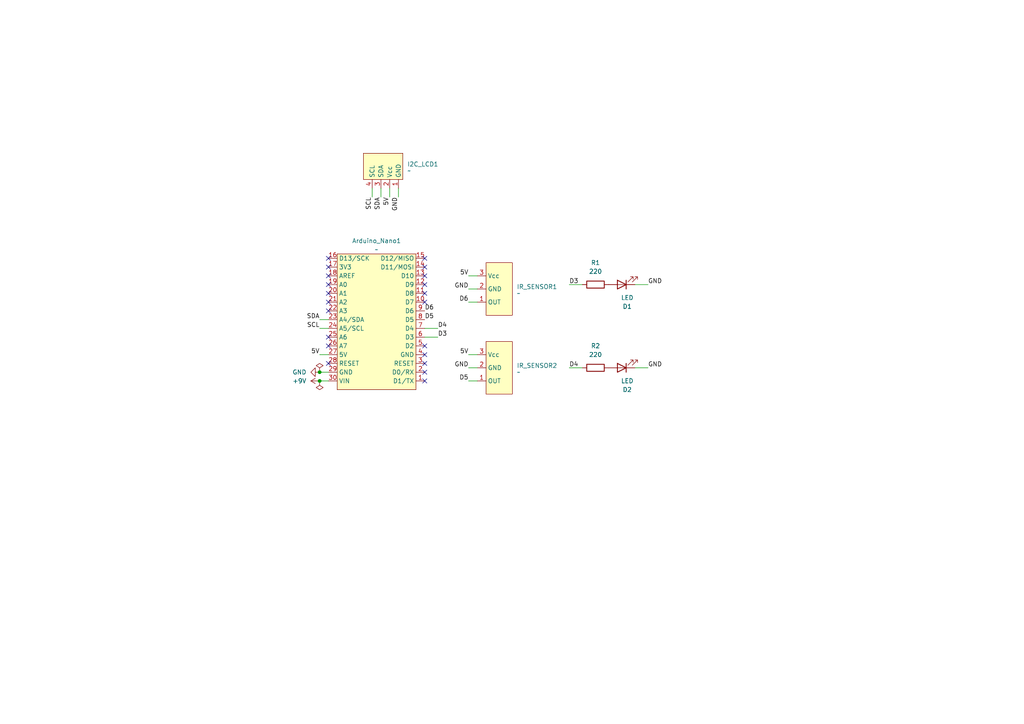
<source format=kicad_sch>
(kicad_sch (version 20231120) (generator "eeschema") (generator_version "8.0")
  (paper "A4")
  (lib_symbols
    (symbol "Device:LED" (pin_numbers hide) (pin_names (offset 1.016) hide)
      (property "Reference" "D" (at 0 2.54 0))
      (property "Value" "LED" (at 0 -2.54 0))
      (symbol "LED_0_1"
        (polyline (pts (xy -1.27 -1.27) (xy -1.27 1.27)) (stroke (width 0.254)))
        (polyline (pts (xy -1.27 0) (xy 1.27 0)))
        (polyline (pts (xy 1.27 -1.27) (xy 1.27 1.27) (xy -1.27 0) (xy 1.27 -1.27)) (stroke (width 0.254)))
        (polyline (pts (xy -3.048 -0.762) (xy -4.572 -2.286) (xy -3.81 -2.286) (xy -4.572 -2.286) (xy -4.572 -1.524)))
        (polyline (pts (xy -1.778 -0.762) (xy -3.302 -2.286) (xy -2.54 -2.286) (xy -3.302 -2.286) (xy -3.302 -1.524)))
      )
      (symbol "LED_1_1"
        (pin passive line (at -3.81 0 0) (length 2.54) (name "K") (number "1"))
        (pin passive line (at 3.81 0 180) (length 2.54) (name "A") (number "2"))
      )
    )
    (symbol "Device:R" (pin_numbers hide) (pin_names (offset 0))
      (property "Reference" "R" (at 2.032 0 90))
      (property "Value" "R" (at 0 0 90))
      (symbol "R_0_1"
        (rectangle (start -1.016 -2.54) (end 1.016 2.54) (stroke (width 0.254)))
      )
      (symbol "R_1_1"
        (pin passive line (at 0 3.81 270) (length 1.27) (name "~") (number "1"))
        (pin passive line (at 0 -3.81 90) (length 1.27) (name "~") (number "2"))
      )
    )
    (symbol "minip:Arduino_Nano"
      (property "Reference" "Arduino_Nano" (at -7.366 3.81 0))
      (symbol "Arduino_Nano_1_1"
        (rectangle (start -17.78 1.27) (end 5.08 -38.1) (fill (type background)))
        (pin bidirectional line (at 7.62 -35.56 180) (length 2.54) (name "D1/TX") (number "1"))
        (pin bidirectional line (at 7.62 -12.7 180) (length 2.54) (name "D7") (number "10"))
        (pin bidirectional line (at 7.62 -10.16 180) (length 2.54) (name "D8") (number "11"))
        (pin bidirectional line (at 7.62 -7.62 180) (length 2.54) (name "D9") (number "12"))
        (pin bidirectional line (at 7.62 -5.08 180) (length 2.54) (name "D10") (number "13"))
        (pin bidirectional line (at 7.62 -2.54 180) (length 2.54) (name "D11/MOSI") (number "14"))
        (pin bidirectional line (at 7.62 0 180) (length 2.54) (name "D12/MISO") (number "15"))
        (pin bidirectional line (at -20.32 0 0) (length 2.54) (name "D13/SCK") (number "16"))
        (pin power_out line (at -20.32 -2.54 0) (length 2.54) (name "3V3") (number "17"))
        (pin input line (at -20.32 -5.08 0) (length 2.54) (name "AREF") (number "18"))
        (pin bidirectional line (at -20.32 -7.62 0) (length 2.54) (name "A0") (number "19"))
        (pin bidirectional line (at 7.62 -33.02 180) (length 2.54) (name "D0/RX") (number "2"))
        (pin bidirectional line (at -20.32 -10.16 0) (length 2.54) (name "A1") (number "20"))
        (pin bidirectional line (at -20.32 -12.7 0) (length 2.54) (name "A2") (number "21"))
        (pin bidirectional line (at -20.32 -15.24 0) (length 2.54) (name "A3") (number "22"))
        (pin bidirectional line (at -20.32 -17.78 0) (length 2.54) (name "A4/SDA") (number "23"))
        (pin bidirectional line (at -20.32 -20.32 0) (length 2.54) (name "A5/SCL") (number "24"))
        (pin bidirectional line (at -20.32 -22.86 0) (length 2.54) (name "A6") (number "25"))
        (pin bidirectional line (at -20.32 -25.4 0) (length 2.54) (name "A7") (number "26"))
        (pin power_out line (at -20.32 -27.94 0) (length 2.54) (name "5V") (number "27"))
        (pin input line (at -20.32 -30.48 0) (length 2.54) (name "RESET") (number "28"))
        (pin power_in line (at -20.32 -33.02 0) (length 2.54) (name "GND") (number "29"))
        (pin input line (at 7.62 -30.48 180) (length 2.54) (name "RESET") (number "3"))
        (pin power_in line (at -20.32 -35.56 0) (length 2.54) (name "VIN") (number "30"))
        (pin power_in line (at 7.62 -27.94 180) (length 2.54) (name "GND") (number "4"))
        (pin bidirectional line (at 7.62 -25.4 180) (length 2.54) (name "D2") (number "5"))
        (pin bidirectional line (at 7.62 -22.86 180) (length 2.54) (name "D3") (number "6"))
        (pin bidirectional line (at 7.62 -20.32 180) (length 2.54) (name "D4") (number "7"))
        (pin bidirectional line (at 7.62 -17.78 180) (length 2.54) (name "D5") (number "8"))
        (pin bidirectional line (at 7.62 -15.24 180) (length 2.54) (name "D6") (number "9"))
      )
    )
    (symbol "minip:I2C_LCD"
      (property "Reference" "I2C_LCD" (at 1.27 7.874 0))
      (symbol "I2C_LCD_1_1"
        (rectangle (start -2.54 6.35) (end 5.08 -5.08) (fill (type background)))
        (pin power_in line (at -5.08 -3.81 0) (length 2.54) (name "GND") (number "1"))
        (pin power_in line (at -5.08 -1.27 0) (length 2.54) (name "Vcc") (number "2"))
        (pin bidirectional line (at -5.08 1.27 0) (length 2.54) (name "SDA") (number "3"))
        (pin input line (at -5.08 3.81 0) (length 2.54) (name "SCL") (number "4"))
      )
    )
    (symbol "minip:InfraRED_sensor"
      (property "Reference" "IR_SENSOR" (at -5.588 6.096 0))
      (symbol "InfraRED_sensor_1_1"
        (rectangle (start -12.7 7.62) (end 2.54 0) (fill (type background)))
        (pin output line (at -1.27 -2.54 90) (length 2.54) (name "OUT") (number "1"))
        (pin power_in line (at -5.08 -2.54 90) (length 2.54) (name "GND") (number "2"))
        (pin power_in line (at -8.89 -2.54 90) (length 2.54) (name "Vcc") (number "3"))
      )
    )
    (symbol "power:+9V" (power) (pin_numbers hide) (pin_names (offset 0) hide)
      (property "Value" "+9V" (at 0 3.556 0))
      (symbol "+9V_0_1"
        (polyline (pts (xy -0.762 1.27) (xy 0 2.54)))
        (polyline (pts (xy 0 0) (xy 0 2.54)))
        (polyline (pts (xy 0 2.54) (xy 0.762 1.27)))
      )
      (symbol "+9V_1_1"
        (pin power_in line (at 0 0 90) (length 0) (name "~") (number "1"))
      )
    )
    (symbol "power:GND" (power) (pin_numbers hide) (pin_names (offset 0) hide)
      (property "Value" "GND" (at 0 -3.81 0))
      (symbol "GND_0_1"
        (polyline (pts (xy 0 0) (xy 0 -1.27) (xy 1.27 -1.27) (xy 0 -2.54) (xy -1.27 -1.27) (xy 0 -1.27)))
      )
      (symbol "GND_1_1"
        (pin power_in line (at 0 0 270) (length 0) (name "~") (number "1"))
      )
    )
    (symbol "power:PWR_FLAG" (power) (pin_numbers hide) (pin_names (offset 0) hide)
      (property "Value" "PWR_FLAG" (at 0 3.81 0))
      (symbol "PWR_FLAG_0_0"
        (pin power_out line (at 0 0 90) (length 0) (name "~") (number "1"))
      )
      (symbol "PWR_FLAG_0_1"
        (polyline (pts (xy 0 0) (xy 0 1.27) (xy -1.016 1.905) (xy 0 2.54) (xy 1.016 1.905) (xy 0 1.27)))
      )
    )
  )
  (junction (at 92.71 107.95))
  (junction (at 92.71 110.49))
  (no_connect (at 123.19 85.09))
  (no_connect (at 95.25 80.01))
  (no_connect (at 95.25 74.93))
  (no_connect (at 95.25 82.55))
  (no_connect (at 123.19 77.47))
  (no_connect (at 123.19 80.01))
  (no_connect (at 123.19 100.33))
  (no_connect (at 95.25 77.47))
  (no_connect (at 123.19 105.41))
  (no_connect (at 123.19 102.87))
  (no_connect (at 95.25 87.63))
  (no_connect (at 123.19 82.55))
  (no_connect (at 123.19 87.63))
  (no_connect (at 95.25 105.41))
  (no_connect (at 123.19 110.49))
  (no_connect (at 95.25 90.17))
  (no_connect (at 95.25 100.33))
  (no_connect (at 95.25 97.79))
  (no_connect (at 95.25 85.09))
  (no_connect (at 123.19 74.93))
  (no_connect (at 123.19 107.95))
  (wire (pts (xy 92.71 107.95) (xy 95.25 107.95)))
  (wire (pts (xy 184.15 106.68) (xy 187.96 106.68)))
  (wire (pts (xy 107.95 54.61) (xy 107.95 57.15)))
  (wire (pts (xy 135.89 83.82) (xy 138.43 83.82)))
  (wire (pts (xy 92.71 102.87) (xy 95.25 102.87)))
  (wire (pts (xy 135.89 87.63) (xy 138.43 87.63)))
  (wire (pts (xy 92.71 95.25) (xy 95.25 95.25)))
  (wire (pts (xy 135.89 110.49) (xy 138.43 110.49)))
  (wire (pts (xy 110.49 54.61) (xy 110.49 57.15)))
  (wire (pts (xy 135.89 106.68) (xy 138.43 106.68)))
  (wire (pts (xy 123.19 97.79) (xy 127 97.79)))
  (wire (pts (xy 165.1 82.55) (xy 168.91 82.55)))
  (wire (pts (xy 92.71 92.71) (xy 95.25 92.71)))
  (wire (pts (xy 135.89 80.01) (xy 138.43 80.01)))
  (wire (pts (xy 115.57 54.61) (xy 115.57 57.15)))
  (wire (pts (xy 123.19 95.25) (xy 127 95.25)))
  (wire (pts (xy 184.15 82.55) (xy 187.96 82.55)))
  (wire (pts (xy 165.1 106.68) (xy 168.91 106.68)))
  (wire (pts (xy 113.03 54.61) (xy 113.03 57.15)))
  (wire (pts (xy 92.71 110.49) (xy 95.25 110.49)))
  (wire (pts (xy 135.89 102.87) (xy 138.43 102.87)))
  (label "SCL" (at 107.95 57.15 270))
  (label "5V" (at 135.89 102.87 180))
  (label "GND" (at 187.96 106.68 0))
  (label "D6" (at 123.19 90.17 0))
  (label "D4" (at 127 95.25 0))
  (label "D3" (at 165.1 82.55 0))
  (label "GND" (at 115.57 57.15 270))
  (label "SDA" (at 110.49 57.15 270))
  (label "SCL" (at 92.71 95.25 180))
  (label "5V" (at 135.89 80.01 180))
  (label "D6" (at 135.89 87.63 180))
  (label "GND" (at 135.89 83.82 180))
  (label "GND" (at 187.96 82.55 0))
  (label "5V" (at 92.71 102.87 180))
  (label "D3" (at 127 97.79 0))
  (label "GND" (at 135.89 106.68 180))
  (label "SDA" (at 92.71 92.71 180))
  (label "D5" (at 123.19 92.71 0))
  (label "5V" (at 113.03 57.15 270))
  (label "D5" (at 135.89 110.49 180))
  (label "D4" (at 165.1 106.68 0))
  (symbol (lib_id "power:+9V") (at 92.71 110.49 90) (unit 1)
    (property "Reference" "#PWR02" (effects (hide yes)))
    (property "Value" "+9V" (at 88.9 110.4899 90) (effects (justify left)))
    (property "Description" "Power symbol creates a global label with name \"+9V\"" (effects (hide yes)))
  )
  (symbol (lib_id "power:PWR_FLAG") (at 92.71 110.49 180) (unit 1)
    (property "Reference" "#FLG02" (effects (hide yes)))
    (property "Value" "PWR_FLAG" (effects (hide yes)))
    (property "Description" "Special symbol for telling ERC where power comes from" (effects (hide yes)))
  )
  (symbol (lib_id "power:GND") (at 92.71 107.95 270) (unit 1)
    (property "Reference" "#PWR01" (effects (hide yes)))
    (property "Value" "GND" (at 88.9 107.9499 90) (effects (justify right)))
    (property "Description" "Power symbol creates a global label with name \"GND\" , ground" (effects (hide yes)))
  )
  (symbol (lib_id "Device:LED") (at 180.34 106.68 180) (unit 1)
    (property "Reference" "D2" (at 181.9275 113.03 0))
    (property "Value" "LED" (at 181.9275 110.49 0))
    (property "Description" "Light emitting diode" (effects (hide yes)))
  )
  (symbol (lib_id "Device:R") (at 172.72 82.55 270) (unit 1)
    (property "Reference" "R1" (at 172.72 76.2 90))
    (property "Value" "220" (at 172.72 78.74 90))
    (property "Description" "Resistor" (effects (hide yes)))
  )
  (symbol (lib_id "minip:InfraRED_sensor") (at 140.97 88.9 270) (unit 1)
    (property "Reference" "IR_SENSOR1" (at 149.86 83.1849 90) (effects (justify left)))
    (property "Value" "~" (at 149.86 85.09 90) (effects (justify left)))
  )
  (symbol (lib_id "minip:I2C_LCD") (at 111.76 49.53 90) (unit 1)
    (property "Reference" "I2C_LCD1" (at 118.11 47.6249 90) (effects (justify right)))
    (property "Value" "~" (at 118.11 49.53 90) (effects (justify right)))
  )
  (symbol (lib_id "minip:Arduino_Nano") (at 115.57 74.93 0) (unit 1)
    (property "Reference" "Arduino_Nano1" (at 109.22 69.85 0))
    (property "Value" "~" (at 109.22 72.39 0))
  )
  (symbol (lib_id "power:PWR_FLAG") (at 92.71 107.95 0) (unit 1)
    (property "Reference" "#FLG01" (effects (hide yes)))
    (property "Value" "PWR_FLAG" (effects (hide yes)))
    (property "Description" "Special symbol for telling ERC where power comes from" (effects (hide yes)))
  )
  (symbol (lib_id "minip:InfraRED_sensor") (at 140.97 111.76 270) (unit 1)
    (property "Reference" "IR_SENSOR2" (at 149.86 106.0449 90) (effects (justify left)))
    (property "Value" "~" (at 149.86 107.95 90) (effects (justify left)))
  )
  (symbol (lib_id "Device:LED") (at 180.34 82.55 180) (unit 1)
    (property "Reference" "D1" (at 181.9275 88.9 0))
    (property "Value" "LED" (at 181.9275 86.36 0))
    (property "Description" "Light emitting diode" (effects (hide yes)))
  )
  (symbol (lib_id "Device:R") (at 172.72 106.68 270) (unit 1)
    (property "Reference" "R2" (at 172.72 100.33 90))
    (property "Value" "220" (at 172.72 102.87 90))
    (property "Description" "Resistor" (effects (hide yes)))
  )
)
</source>
